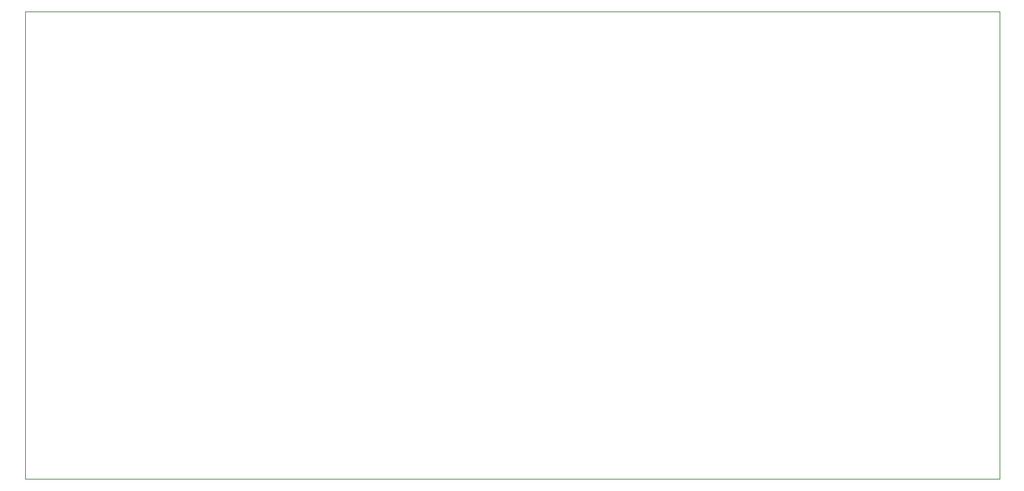
<source format=gbr>
%TF.GenerationSoftware,KiCad,Pcbnew,6.0.5-2.fc36*%
%TF.CreationDate,2022-05-30T15:08:54-07:00*%
%TF.ProjectId,power,706f7765-722e-46b6-9963-61645f706362,rev?*%
%TF.SameCoordinates,Original*%
%TF.FileFunction,Profile,NP*%
%FSLAX46Y46*%
G04 Gerber Fmt 4.6, Leading zero omitted, Abs format (unit mm)*
G04 Created by KiCad (PCBNEW 6.0.5-2.fc36) date 2022-05-30 15:08:54*
%MOMM*%
%LPD*%
G01*
G04 APERTURE LIST*
%TA.AperFunction,Profile*%
%ADD10C,0.100000*%
%TD*%
G04 APERTURE END LIST*
D10*
X88739370Y-69609995D02*
X203674370Y-69609995D01*
X203674370Y-69609995D02*
X203674370Y-124710012D01*
X203674370Y-124710012D02*
X88739370Y-124710012D01*
X88739370Y-124710012D02*
X88739370Y-69609995D01*
M02*

</source>
